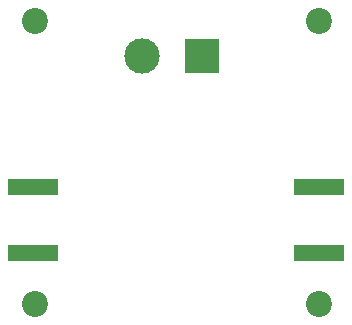
<source format=gbr>
%TF.GenerationSoftware,KiCad,Pcbnew,8.0.5-8.0.5-0~ubuntu22.04.1*%
%TF.CreationDate,2025-01-07T12:52:56-03:00*%
%TF.ProjectId,tx_amplifier,74785f61-6d70-46c6-9966-6965722e6b69,v1.0*%
%TF.SameCoordinates,Original*%
%TF.FileFunction,Soldermask,Bot*%
%TF.FilePolarity,Negative*%
%FSLAX46Y46*%
G04 Gerber Fmt 4.6, Leading zero omitted, Abs format (unit mm)*
G04 Created by KiCad (PCBNEW 8.0.5-8.0.5-0~ubuntu22.04.1) date 2025-01-07 12:52:56*
%MOMM*%
%LPD*%
G01*
G04 APERTURE LIST*
%ADD10C,3.000000*%
%ADD11R,3.000000X3.000000*%
%ADD12R,4.200000X1.350000*%
%ADD13C,2.200000*%
G04 APERTURE END LIST*
D10*
%TO.C,J3*%
X112000000Y-96000000D03*
D11*
X117080000Y-96000000D03*
%TD*%
D12*
%TO.C,J2*%
X127054000Y-112680000D03*
X127054000Y-107030000D03*
%TD*%
%TO.C,J1*%
X102816000Y-107030000D03*
X102816000Y-112680000D03*
%TD*%
D13*
%TO.C,H1*%
X103000000Y-93000000D03*
%TD*%
%TO.C,H2*%
X127000000Y-93000000D03*
%TD*%
%TO.C,H4*%
X127000000Y-117000000D03*
%TD*%
%TO.C,H3*%
X103000000Y-117000000D03*
%TD*%
M02*

</source>
